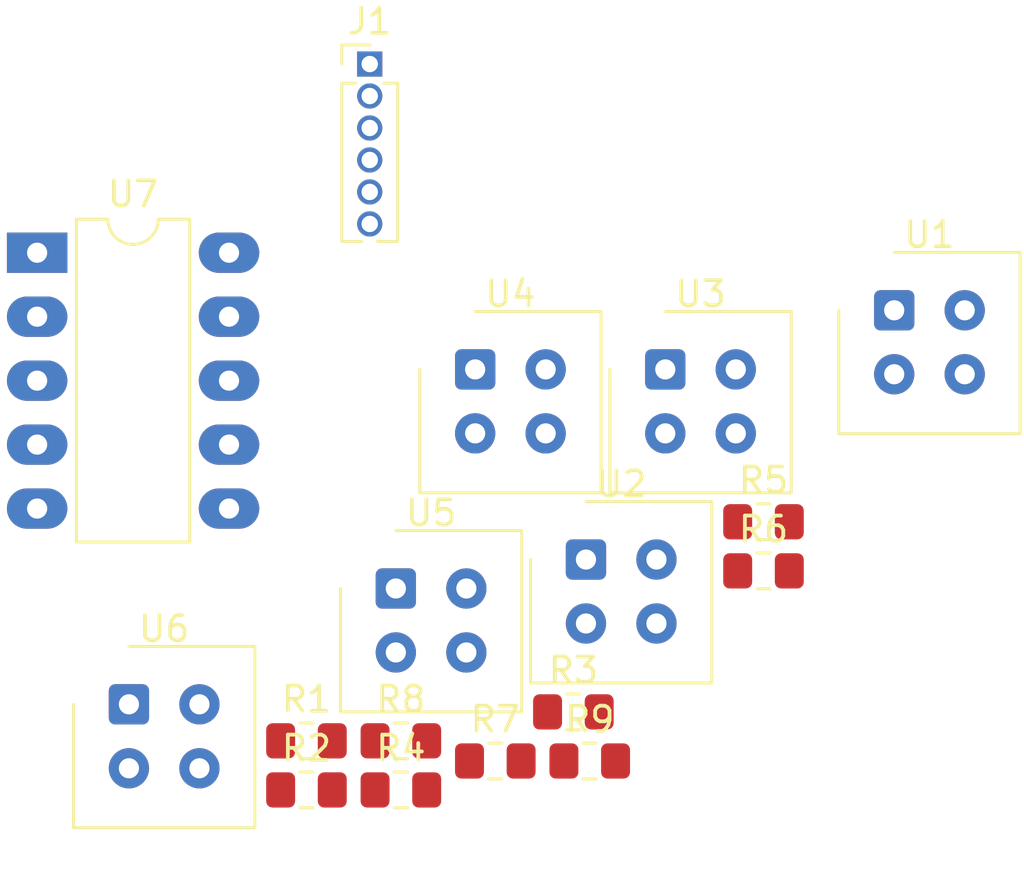
<source format=kicad_pcb>
(kicad_pcb (version 20171130) (host pcbnew "(5.0.1)-4")

  (general
    (thickness 1.6)
    (drawings 0)
    (tracks 0)
    (zones 0)
    (modules 17)
    (nets 20)
  )

  (page A4)
  (layers
    (0 F.Cu signal)
    (31 B.Cu signal)
    (32 B.Adhes user)
    (33 F.Adhes user)
    (34 B.Paste user)
    (35 F.Paste user)
    (36 B.SilkS user)
    (37 F.SilkS user)
    (38 B.Mask user)
    (39 F.Mask user)
    (40 Dwgs.User user)
    (41 Cmts.User user)
    (42 Eco1.User user)
    (43 Eco2.User user)
    (44 Edge.Cuts user)
    (45 Margin user)
    (46 B.CrtYd user)
    (47 F.CrtYd user)
    (48 B.Fab user)
    (49 F.Fab user)
  )

  (setup
    (last_trace_width 0.25)
    (trace_clearance 0.2)
    (zone_clearance 0.508)
    (zone_45_only no)
    (trace_min 0.2)
    (segment_width 0.2)
    (edge_width 0.15)
    (via_size 0.8)
    (via_drill 0.4)
    (via_min_size 0.4)
    (via_min_drill 0.3)
    (uvia_size 0.3)
    (uvia_drill 0.1)
    (uvias_allowed no)
    (uvia_min_size 0.2)
    (uvia_min_drill 0.1)
    (pcb_text_width 0.3)
    (pcb_text_size 1.5 1.5)
    (mod_edge_width 0.15)
    (mod_text_size 1 1)
    (mod_text_width 0.15)
    (pad_size 1.524 1.524)
    (pad_drill 0.762)
    (pad_to_mask_clearance 0.051)
    (solder_mask_min_width 0.25)
    (aux_axis_origin 0 0)
    (visible_elements FFFFFF7F)
    (pcbplotparams
      (layerselection 0x010fc_ffffffff)
      (usegerberextensions false)
      (usegerberattributes false)
      (usegerberadvancedattributes false)
      (creategerberjobfile false)
      (excludeedgelayer true)
      (linewidth 0.100000)
      (plotframeref false)
      (viasonmask false)
      (mode 1)
      (useauxorigin false)
      (hpglpennumber 1)
      (hpglpenspeed 20)
      (hpglpendiameter 15.000000)
      (psnegative false)
      (psa4output false)
      (plotreference true)
      (plotvalue true)
      (plotinvisibletext false)
      (padsonsilk false)
      (subtractmaskfromsilk false)
      (outputformat 1)
      (mirror false)
      (drillshape 1)
      (scaleselection 1)
      (outputdirectory ""))
  )

  (net 0 "")
  (net 1 +5V)
  (net 2 GND)
  (net 3 /linea1)
  (net 4 /linea2)
  (net 5 /linea3)
  (net 6 /linea_select)
  (net 7 "Net-(R1-Pad1)")
  (net 8 "Net-(R1-Pad2)")
  (net 9 /sensor1)
  (net 10 /sensor2)
  (net 11 "Net-(R4-Pad2)")
  (net 12 "Net-(R4-Pad1)")
  (net 13 /sensor3)
  (net 14 /sensor4)
  (net 15 "Net-(R7-Pad1)")
  (net 16 "Net-(R7-Pad2)")
  (net 17 /sensor5)
  (net 18 /sensor6)
  (net 19 /linea_selec)

  (net_class Default "Esta es la clase de red por defecto."
    (clearance 0.2)
    (trace_width 0.25)
    (via_dia 0.8)
    (via_drill 0.4)
    (uvia_dia 0.3)
    (uvia_drill 0.1)
    (add_net +5V)
    (add_net /linea1)
    (add_net /linea2)
    (add_net /linea3)
    (add_net /linea_selec)
    (add_net /linea_select)
    (add_net /sensor1)
    (add_net /sensor2)
    (add_net /sensor3)
    (add_net /sensor4)
    (add_net /sensor5)
    (add_net /sensor6)
    (add_net GND)
    (add_net "Net-(R1-Pad1)")
    (add_net "Net-(R1-Pad2)")
    (add_net "Net-(R4-Pad1)")
    (add_net "Net-(R4-Pad2)")
    (add_net "Net-(R7-Pad1)")
    (add_net "Net-(R7-Pad2)")
  )

  (module Connector_PinHeader_1.27mm:PinHeader_1x06_P1.27mm_Vertical (layer F.Cu) (tedit 59FED6E3) (tstamp 5BFD633A)
    (at 130.048 66.167)
    (descr "Through hole straight pin header, 1x06, 1.27mm pitch, single row")
    (tags "Through hole pin header THT 1x06 1.27mm single row")
    (path /5BF332DB)
    (fp_text reference J1 (at 0 -1.695) (layer F.SilkS)
      (effects (font (size 1 1) (thickness 0.15)))
    )
    (fp_text value Conn_01x06_Female (at 0 8.045) (layer F.Fab)
      (effects (font (size 1 1) (thickness 0.15)))
    )
    (fp_line (start -0.525 -0.635) (end 1.05 -0.635) (layer F.Fab) (width 0.1))
    (fp_line (start 1.05 -0.635) (end 1.05 6.985) (layer F.Fab) (width 0.1))
    (fp_line (start 1.05 6.985) (end -1.05 6.985) (layer F.Fab) (width 0.1))
    (fp_line (start -1.05 6.985) (end -1.05 -0.11) (layer F.Fab) (width 0.1))
    (fp_line (start -1.05 -0.11) (end -0.525 -0.635) (layer F.Fab) (width 0.1))
    (fp_line (start -1.11 7.045) (end -0.30753 7.045) (layer F.SilkS) (width 0.12))
    (fp_line (start 0.30753 7.045) (end 1.11 7.045) (layer F.SilkS) (width 0.12))
    (fp_line (start -1.11 0.76) (end -1.11 7.045) (layer F.SilkS) (width 0.12))
    (fp_line (start 1.11 0.76) (end 1.11 7.045) (layer F.SilkS) (width 0.12))
    (fp_line (start -1.11 0.76) (end -0.563471 0.76) (layer F.SilkS) (width 0.12))
    (fp_line (start 0.563471 0.76) (end 1.11 0.76) (layer F.SilkS) (width 0.12))
    (fp_line (start -1.11 0) (end -1.11 -0.76) (layer F.SilkS) (width 0.12))
    (fp_line (start -1.11 -0.76) (end 0 -0.76) (layer F.SilkS) (width 0.12))
    (fp_line (start -1.55 -1.15) (end -1.55 7.5) (layer F.CrtYd) (width 0.05))
    (fp_line (start -1.55 7.5) (end 1.55 7.5) (layer F.CrtYd) (width 0.05))
    (fp_line (start 1.55 7.5) (end 1.55 -1.15) (layer F.CrtYd) (width 0.05))
    (fp_line (start 1.55 -1.15) (end -1.55 -1.15) (layer F.CrtYd) (width 0.05))
    (fp_text user %R (at 0 3.175 90) (layer F.Fab)
      (effects (font (size 1 1) (thickness 0.15)))
    )
    (pad 1 thru_hole rect (at 0 0) (size 1 1) (drill 0.65) (layers *.Cu *.Mask)
      (net 1 +5V))
    (pad 2 thru_hole oval (at 0 1.27) (size 1 1) (drill 0.65) (layers *.Cu *.Mask)
      (net 2 GND))
    (pad 3 thru_hole oval (at 0 2.54) (size 1 1) (drill 0.65) (layers *.Cu *.Mask)
      (net 3 /linea1))
    (pad 4 thru_hole oval (at 0 3.81) (size 1 1) (drill 0.65) (layers *.Cu *.Mask)
      (net 4 /linea2))
    (pad 5 thru_hole oval (at 0 5.08) (size 1 1) (drill 0.65) (layers *.Cu *.Mask)
      (net 5 /linea3))
    (pad 6 thru_hole oval (at 0 6.35) (size 1 1) (drill 0.65) (layers *.Cu *.Mask)
      (net 6 /linea_select))
    (model ${KISYS3DMOD}/Connector_PinHeader_1.27mm.3dshapes/PinHeader_1x06_P1.27mm_Vertical.wrl
      (at (xyz 0 0 0))
      (scale (xyz 1 1 1))
      (rotate (xyz 0 0 0))
    )
  )

  (module Resistor_SMD:R_0805_2012Metric_Pad1.15x1.40mm_HandSolder (layer F.Cu) (tedit 5B36C52B) (tstamp 5BFD634B)
    (at 127.535001 93.044001)
    (descr "Resistor SMD 0805 (2012 Metric), square (rectangular) end terminal, IPC_7351 nominal with elongated pad for handsoldering. (Body size source: https://docs.google.com/spreadsheets/d/1BsfQQcO9C6DZCsRaXUlFlo91Tg2WpOkGARC1WS5S8t0/edit?usp=sharing), generated with kicad-footprint-generator")
    (tags "resistor handsolder")
    (path /5BF1DED6)
    (attr smd)
    (fp_text reference R1 (at 0 -1.65) (layer F.SilkS)
      (effects (font (size 1 1) (thickness 0.15)))
    )
    (fp_text value 82 (at 0 1.65) (layer F.Fab)
      (effects (font (size 1 1) (thickness 0.15)))
    )
    (fp_line (start -1 0.6) (end -1 -0.6) (layer F.Fab) (width 0.1))
    (fp_line (start -1 -0.6) (end 1 -0.6) (layer F.Fab) (width 0.1))
    (fp_line (start 1 -0.6) (end 1 0.6) (layer F.Fab) (width 0.1))
    (fp_line (start 1 0.6) (end -1 0.6) (layer F.Fab) (width 0.1))
    (fp_line (start -0.261252 -0.71) (end 0.261252 -0.71) (layer F.SilkS) (width 0.12))
    (fp_line (start -0.261252 0.71) (end 0.261252 0.71) (layer F.SilkS) (width 0.12))
    (fp_line (start -1.85 0.95) (end -1.85 -0.95) (layer F.CrtYd) (width 0.05))
    (fp_line (start -1.85 -0.95) (end 1.85 -0.95) (layer F.CrtYd) (width 0.05))
    (fp_line (start 1.85 -0.95) (end 1.85 0.95) (layer F.CrtYd) (width 0.05))
    (fp_line (start 1.85 0.95) (end -1.85 0.95) (layer F.CrtYd) (width 0.05))
    (fp_text user %R (at 0 0) (layer F.Fab)
      (effects (font (size 0.5 0.5) (thickness 0.08)))
    )
    (pad 1 smd roundrect (at -1.025 0) (size 1.15 1.4) (layers F.Cu F.Paste F.Mask) (roundrect_rratio 0.217391)
      (net 7 "Net-(R1-Pad1)"))
    (pad 2 smd roundrect (at 1.025 0) (size 1.15 1.4) (layers F.Cu F.Paste F.Mask) (roundrect_rratio 0.217391)
      (net 8 "Net-(R1-Pad2)"))
    (model ${KISYS3DMOD}/Resistor_SMD.3dshapes/R_0805_2012Metric.wrl
      (at (xyz 0 0 0))
      (scale (xyz 1 1 1))
      (rotate (xyz 0 0 0))
    )
  )

  (module Resistor_SMD:R_0805_2012Metric_Pad1.15x1.40mm_HandSolder (layer F.Cu) (tedit 5B36C52B) (tstamp 5BFD635C)
    (at 127.535001 94.994001)
    (descr "Resistor SMD 0805 (2012 Metric), square (rectangular) end terminal, IPC_7351 nominal with elongated pad for handsoldering. (Body size source: https://docs.google.com/spreadsheets/d/1BsfQQcO9C6DZCsRaXUlFlo91Tg2WpOkGARC1WS5S8t0/edit?usp=sharing), generated with kicad-footprint-generator")
    (tags "resistor handsolder")
    (path /5BEFF686)
    (attr smd)
    (fp_text reference R2 (at 0 -1.65) (layer F.SilkS)
      (effects (font (size 1 1) (thickness 0.15)))
    )
    (fp_text value 10k (at 0 1.65) (layer F.Fab)
      (effects (font (size 1 1) (thickness 0.15)))
    )
    (fp_text user %R (at 0 0) (layer F.Fab)
      (effects (font (size 0.5 0.5) (thickness 0.08)))
    )
    (fp_line (start 1.85 0.95) (end -1.85 0.95) (layer F.CrtYd) (width 0.05))
    (fp_line (start 1.85 -0.95) (end 1.85 0.95) (layer F.CrtYd) (width 0.05))
    (fp_line (start -1.85 -0.95) (end 1.85 -0.95) (layer F.CrtYd) (width 0.05))
    (fp_line (start -1.85 0.95) (end -1.85 -0.95) (layer F.CrtYd) (width 0.05))
    (fp_line (start -0.261252 0.71) (end 0.261252 0.71) (layer F.SilkS) (width 0.12))
    (fp_line (start -0.261252 -0.71) (end 0.261252 -0.71) (layer F.SilkS) (width 0.12))
    (fp_line (start 1 0.6) (end -1 0.6) (layer F.Fab) (width 0.1))
    (fp_line (start 1 -0.6) (end 1 0.6) (layer F.Fab) (width 0.1))
    (fp_line (start -1 -0.6) (end 1 -0.6) (layer F.Fab) (width 0.1))
    (fp_line (start -1 0.6) (end -1 -0.6) (layer F.Fab) (width 0.1))
    (pad 2 smd roundrect (at 1.025 0) (size 1.15 1.4) (layers F.Cu F.Paste F.Mask) (roundrect_rratio 0.217391)
      (net 9 /sensor1))
    (pad 1 smd roundrect (at -1.025 0) (size 1.15 1.4) (layers F.Cu F.Paste F.Mask) (roundrect_rratio 0.217391)
      (net 1 +5V))
    (model ${KISYS3DMOD}/Resistor_SMD.3dshapes/R_0805_2012Metric.wrl
      (at (xyz 0 0 0))
      (scale (xyz 1 1 1))
      (rotate (xyz 0 0 0))
    )
  )

  (module Resistor_SMD:R_0805_2012Metric_Pad1.15x1.40mm_HandSolder (layer F.Cu) (tedit 5B36C52B) (tstamp 5BFD636D)
    (at 138.135001 91.894001)
    (descr "Resistor SMD 0805 (2012 Metric), square (rectangular) end terminal, IPC_7351 nominal with elongated pad for handsoldering. (Body size source: https://docs.google.com/spreadsheets/d/1BsfQQcO9C6DZCsRaXUlFlo91Tg2WpOkGARC1WS5S8t0/edit?usp=sharing), generated with kicad-footprint-generator")
    (tags "resistor handsolder")
    (path /5BEFF38E)
    (attr smd)
    (fp_text reference R3 (at 0 -1.65) (layer F.SilkS)
      (effects (font (size 1 1) (thickness 0.15)))
    )
    (fp_text value 10k (at 0 1.65) (layer F.Fab)
      (effects (font (size 1 1) (thickness 0.15)))
    )
    (fp_line (start -1 0.6) (end -1 -0.6) (layer F.Fab) (width 0.1))
    (fp_line (start -1 -0.6) (end 1 -0.6) (layer F.Fab) (width 0.1))
    (fp_line (start 1 -0.6) (end 1 0.6) (layer F.Fab) (width 0.1))
    (fp_line (start 1 0.6) (end -1 0.6) (layer F.Fab) (width 0.1))
    (fp_line (start -0.261252 -0.71) (end 0.261252 -0.71) (layer F.SilkS) (width 0.12))
    (fp_line (start -0.261252 0.71) (end 0.261252 0.71) (layer F.SilkS) (width 0.12))
    (fp_line (start -1.85 0.95) (end -1.85 -0.95) (layer F.CrtYd) (width 0.05))
    (fp_line (start -1.85 -0.95) (end 1.85 -0.95) (layer F.CrtYd) (width 0.05))
    (fp_line (start 1.85 -0.95) (end 1.85 0.95) (layer F.CrtYd) (width 0.05))
    (fp_line (start 1.85 0.95) (end -1.85 0.95) (layer F.CrtYd) (width 0.05))
    (fp_text user %R (at 0 0) (layer F.Fab)
      (effects (font (size 0.5 0.5) (thickness 0.08)))
    )
    (pad 1 smd roundrect (at -1.025 0) (size 1.15 1.4) (layers F.Cu F.Paste F.Mask) (roundrect_rratio 0.217391)
      (net 1 +5V))
    (pad 2 smd roundrect (at 1.025 0) (size 1.15 1.4) (layers F.Cu F.Paste F.Mask) (roundrect_rratio 0.217391)
      (net 10 /sensor2))
    (model ${KISYS3DMOD}/Resistor_SMD.3dshapes/R_0805_2012Metric.wrl
      (at (xyz 0 0 0))
      (scale (xyz 1 1 1))
      (rotate (xyz 0 0 0))
    )
  )

  (module Resistor_SMD:R_0805_2012Metric_Pad1.15x1.40mm_HandSolder (layer F.Cu) (tedit 5B36C52B) (tstamp 5BFD637E)
    (at 131.285001 94.994001)
    (descr "Resistor SMD 0805 (2012 Metric), square (rectangular) end terminal, IPC_7351 nominal with elongated pad for handsoldering. (Body size source: https://docs.google.com/spreadsheets/d/1BsfQQcO9C6DZCsRaXUlFlo91Tg2WpOkGARC1WS5S8t0/edit?usp=sharing), generated with kicad-footprint-generator")
    (tags "resistor handsolder")
    (path /5BF1ED6A)
    (attr smd)
    (fp_text reference R4 (at 0 -1.65) (layer F.SilkS)
      (effects (font (size 1 1) (thickness 0.15)))
    )
    (fp_text value 82 (at 0 1.65) (layer F.Fab)
      (effects (font (size 1 1) (thickness 0.15)))
    )
    (fp_text user %R (at 0 0) (layer F.Fab)
      (effects (font (size 0.5 0.5) (thickness 0.08)))
    )
    (fp_line (start 1.85 0.95) (end -1.85 0.95) (layer F.CrtYd) (width 0.05))
    (fp_line (start 1.85 -0.95) (end 1.85 0.95) (layer F.CrtYd) (width 0.05))
    (fp_line (start -1.85 -0.95) (end 1.85 -0.95) (layer F.CrtYd) (width 0.05))
    (fp_line (start -1.85 0.95) (end -1.85 -0.95) (layer F.CrtYd) (width 0.05))
    (fp_line (start -0.261252 0.71) (end 0.261252 0.71) (layer F.SilkS) (width 0.12))
    (fp_line (start -0.261252 -0.71) (end 0.261252 -0.71) (layer F.SilkS) (width 0.12))
    (fp_line (start 1 0.6) (end -1 0.6) (layer F.Fab) (width 0.1))
    (fp_line (start 1 -0.6) (end 1 0.6) (layer F.Fab) (width 0.1))
    (fp_line (start -1 -0.6) (end 1 -0.6) (layer F.Fab) (width 0.1))
    (fp_line (start -1 0.6) (end -1 -0.6) (layer F.Fab) (width 0.1))
    (pad 2 smd roundrect (at 1.025 0) (size 1.15 1.4) (layers F.Cu F.Paste F.Mask) (roundrect_rratio 0.217391)
      (net 11 "Net-(R4-Pad2)"))
    (pad 1 smd roundrect (at -1.025 0) (size 1.15 1.4) (layers F.Cu F.Paste F.Mask) (roundrect_rratio 0.217391)
      (net 12 "Net-(R4-Pad1)"))
    (model ${KISYS3DMOD}/Resistor_SMD.3dshapes/R_0805_2012Metric.wrl
      (at (xyz 0 0 0))
      (scale (xyz 1 1 1))
      (rotate (xyz 0 0 0))
    )
  )

  (module Resistor_SMD:R_0805_2012Metric_Pad1.15x1.40mm_HandSolder (layer F.Cu) (tedit 5B36C52B) (tstamp 5BFD638F)
    (at 145.685001 84.344001)
    (descr "Resistor SMD 0805 (2012 Metric), square (rectangular) end terminal, IPC_7351 nominal with elongated pad for handsoldering. (Body size source: https://docs.google.com/spreadsheets/d/1BsfQQcO9C6DZCsRaXUlFlo91Tg2WpOkGARC1WS5S8t0/edit?usp=sharing), generated with kicad-footprint-generator")
    (tags "resistor handsolder")
    (path /5BEFF63F)
    (attr smd)
    (fp_text reference R5 (at 0 -1.65) (layer F.SilkS)
      (effects (font (size 1 1) (thickness 0.15)))
    )
    (fp_text value 10k (at 0 1.65) (layer F.Fab)
      (effects (font (size 1 1) (thickness 0.15)))
    )
    (fp_text user %R (at 0 0) (layer F.Fab)
      (effects (font (size 0.5 0.5) (thickness 0.08)))
    )
    (fp_line (start 1.85 0.95) (end -1.85 0.95) (layer F.CrtYd) (width 0.05))
    (fp_line (start 1.85 -0.95) (end 1.85 0.95) (layer F.CrtYd) (width 0.05))
    (fp_line (start -1.85 -0.95) (end 1.85 -0.95) (layer F.CrtYd) (width 0.05))
    (fp_line (start -1.85 0.95) (end -1.85 -0.95) (layer F.CrtYd) (width 0.05))
    (fp_line (start -0.261252 0.71) (end 0.261252 0.71) (layer F.SilkS) (width 0.12))
    (fp_line (start -0.261252 -0.71) (end 0.261252 -0.71) (layer F.SilkS) (width 0.12))
    (fp_line (start 1 0.6) (end -1 0.6) (layer F.Fab) (width 0.1))
    (fp_line (start 1 -0.6) (end 1 0.6) (layer F.Fab) (width 0.1))
    (fp_line (start -1 -0.6) (end 1 -0.6) (layer F.Fab) (width 0.1))
    (fp_line (start -1 0.6) (end -1 -0.6) (layer F.Fab) (width 0.1))
    (pad 2 smd roundrect (at 1.025 0) (size 1.15 1.4) (layers F.Cu F.Paste F.Mask) (roundrect_rratio 0.217391)
      (net 13 /sensor3))
    (pad 1 smd roundrect (at -1.025 0) (size 1.15 1.4) (layers F.Cu F.Paste F.Mask) (roundrect_rratio 0.217391)
      (net 1 +5V))
    (model ${KISYS3DMOD}/Resistor_SMD.3dshapes/R_0805_2012Metric.wrl
      (at (xyz 0 0 0))
      (scale (xyz 1 1 1))
      (rotate (xyz 0 0 0))
    )
  )

  (module Resistor_SMD:R_0805_2012Metric_Pad1.15x1.40mm_HandSolder (layer F.Cu) (tedit 5B36C52B) (tstamp 5BFD63A0)
    (at 145.685001 86.294001)
    (descr "Resistor SMD 0805 (2012 Metric), square (rectangular) end terminal, IPC_7351 nominal with elongated pad for handsoldering. (Body size source: https://docs.google.com/spreadsheets/d/1BsfQQcO9C6DZCsRaXUlFlo91Tg2WpOkGARC1WS5S8t0/edit?usp=sharing), generated with kicad-footprint-generator")
    (tags "resistor handsolder")
    (path /5BEFF574)
    (attr smd)
    (fp_text reference R6 (at 0 -1.65) (layer F.SilkS)
      (effects (font (size 1 1) (thickness 0.15)))
    )
    (fp_text value 10k (at 0 1.65) (layer F.Fab)
      (effects (font (size 1 1) (thickness 0.15)))
    )
    (fp_text user %R (at 0 0) (layer F.Fab)
      (effects (font (size 0.5 0.5) (thickness 0.08)))
    )
    (fp_line (start 1.85 0.95) (end -1.85 0.95) (layer F.CrtYd) (width 0.05))
    (fp_line (start 1.85 -0.95) (end 1.85 0.95) (layer F.CrtYd) (width 0.05))
    (fp_line (start -1.85 -0.95) (end 1.85 -0.95) (layer F.CrtYd) (width 0.05))
    (fp_line (start -1.85 0.95) (end -1.85 -0.95) (layer F.CrtYd) (width 0.05))
    (fp_line (start -0.261252 0.71) (end 0.261252 0.71) (layer F.SilkS) (width 0.12))
    (fp_line (start -0.261252 -0.71) (end 0.261252 -0.71) (layer F.SilkS) (width 0.12))
    (fp_line (start 1 0.6) (end -1 0.6) (layer F.Fab) (width 0.1))
    (fp_line (start 1 -0.6) (end 1 0.6) (layer F.Fab) (width 0.1))
    (fp_line (start -1 -0.6) (end 1 -0.6) (layer F.Fab) (width 0.1))
    (fp_line (start -1 0.6) (end -1 -0.6) (layer F.Fab) (width 0.1))
    (pad 2 smd roundrect (at 1.025 0) (size 1.15 1.4) (layers F.Cu F.Paste F.Mask) (roundrect_rratio 0.217391)
      (net 14 /sensor4))
    (pad 1 smd roundrect (at -1.025 0) (size 1.15 1.4) (layers F.Cu F.Paste F.Mask) (roundrect_rratio 0.217391)
      (net 1 +5V))
    (model ${KISYS3DMOD}/Resistor_SMD.3dshapes/R_0805_2012Metric.wrl
      (at (xyz 0 0 0))
      (scale (xyz 1 1 1))
      (rotate (xyz 0 0 0))
    )
  )

  (module Resistor_SMD:R_0805_2012Metric_Pad1.15x1.40mm_HandSolder (layer F.Cu) (tedit 5B36C52B) (tstamp 5BFD63B1)
    (at 135.035001 93.844001)
    (descr "Resistor SMD 0805 (2012 Metric), square (rectangular) end terminal, IPC_7351 nominal with elongated pad for handsoldering. (Body size source: https://docs.google.com/spreadsheets/d/1BsfQQcO9C6DZCsRaXUlFlo91Tg2WpOkGARC1WS5S8t0/edit?usp=sharing), generated with kicad-footprint-generator")
    (tags "resistor handsolder")
    (path /5BF1FBFF)
    (attr smd)
    (fp_text reference R7 (at 0 -1.65) (layer F.SilkS)
      (effects (font (size 1 1) (thickness 0.15)))
    )
    (fp_text value 82 (at 0 1.65) (layer F.Fab)
      (effects (font (size 1 1) (thickness 0.15)))
    )
    (fp_line (start -1 0.6) (end -1 -0.6) (layer F.Fab) (width 0.1))
    (fp_line (start -1 -0.6) (end 1 -0.6) (layer F.Fab) (width 0.1))
    (fp_line (start 1 -0.6) (end 1 0.6) (layer F.Fab) (width 0.1))
    (fp_line (start 1 0.6) (end -1 0.6) (layer F.Fab) (width 0.1))
    (fp_line (start -0.261252 -0.71) (end 0.261252 -0.71) (layer F.SilkS) (width 0.12))
    (fp_line (start -0.261252 0.71) (end 0.261252 0.71) (layer F.SilkS) (width 0.12))
    (fp_line (start -1.85 0.95) (end -1.85 -0.95) (layer F.CrtYd) (width 0.05))
    (fp_line (start -1.85 -0.95) (end 1.85 -0.95) (layer F.CrtYd) (width 0.05))
    (fp_line (start 1.85 -0.95) (end 1.85 0.95) (layer F.CrtYd) (width 0.05))
    (fp_line (start 1.85 0.95) (end -1.85 0.95) (layer F.CrtYd) (width 0.05))
    (fp_text user %R (at 0 0) (layer F.Fab)
      (effects (font (size 0.5 0.5) (thickness 0.08)))
    )
    (pad 1 smd roundrect (at -1.025 0) (size 1.15 1.4) (layers F.Cu F.Paste F.Mask) (roundrect_rratio 0.217391)
      (net 15 "Net-(R7-Pad1)"))
    (pad 2 smd roundrect (at 1.025 0) (size 1.15 1.4) (layers F.Cu F.Paste F.Mask) (roundrect_rratio 0.217391)
      (net 16 "Net-(R7-Pad2)"))
    (model ${KISYS3DMOD}/Resistor_SMD.3dshapes/R_0805_2012Metric.wrl
      (at (xyz 0 0 0))
      (scale (xyz 1 1 1))
      (rotate (xyz 0 0 0))
    )
  )

  (module Resistor_SMD:R_0805_2012Metric_Pad1.15x1.40mm_HandSolder (layer F.Cu) (tedit 5B36C52B) (tstamp 5BFD63C2)
    (at 131.285001 93.044001)
    (descr "Resistor SMD 0805 (2012 Metric), square (rectangular) end terminal, IPC_7351 nominal with elongated pad for handsoldering. (Body size source: https://docs.google.com/spreadsheets/d/1BsfQQcO9C6DZCsRaXUlFlo91Tg2WpOkGARC1WS5S8t0/edit?usp=sharing), generated with kicad-footprint-generator")
    (tags "resistor handsolder")
    (path /5BEFF662)
    (attr smd)
    (fp_text reference R8 (at 0 -1.65) (layer F.SilkS)
      (effects (font (size 1 1) (thickness 0.15)))
    )
    (fp_text value 10k (at 0 1.65) (layer F.Fab)
      (effects (font (size 1 1) (thickness 0.15)))
    )
    (fp_line (start -1 0.6) (end -1 -0.6) (layer F.Fab) (width 0.1))
    (fp_line (start -1 -0.6) (end 1 -0.6) (layer F.Fab) (width 0.1))
    (fp_line (start 1 -0.6) (end 1 0.6) (layer F.Fab) (width 0.1))
    (fp_line (start 1 0.6) (end -1 0.6) (layer F.Fab) (width 0.1))
    (fp_line (start -0.261252 -0.71) (end 0.261252 -0.71) (layer F.SilkS) (width 0.12))
    (fp_line (start -0.261252 0.71) (end 0.261252 0.71) (layer F.SilkS) (width 0.12))
    (fp_line (start -1.85 0.95) (end -1.85 -0.95) (layer F.CrtYd) (width 0.05))
    (fp_line (start -1.85 -0.95) (end 1.85 -0.95) (layer F.CrtYd) (width 0.05))
    (fp_line (start 1.85 -0.95) (end 1.85 0.95) (layer F.CrtYd) (width 0.05))
    (fp_line (start 1.85 0.95) (end -1.85 0.95) (layer F.CrtYd) (width 0.05))
    (fp_text user %R (at 0 0) (layer F.Fab)
      (effects (font (size 0.5 0.5) (thickness 0.08)))
    )
    (pad 1 smd roundrect (at -1.025 0) (size 1.15 1.4) (layers F.Cu F.Paste F.Mask) (roundrect_rratio 0.217391)
      (net 1 +5V))
    (pad 2 smd roundrect (at 1.025 0) (size 1.15 1.4) (layers F.Cu F.Paste F.Mask) (roundrect_rratio 0.217391)
      (net 17 /sensor5))
    (model ${KISYS3DMOD}/Resistor_SMD.3dshapes/R_0805_2012Metric.wrl
      (at (xyz 0 0 0))
      (scale (xyz 1 1 1))
      (rotate (xyz 0 0 0))
    )
  )

  (module Resistor_SMD:R_0805_2012Metric_Pad1.15x1.40mm_HandSolder (layer F.Cu) (tedit 5B36C52B) (tstamp 5BFD63D3)
    (at 138.785001 93.844001)
    (descr "Resistor SMD 0805 (2012 Metric), square (rectangular) end terminal, IPC_7351 nominal with elongated pad for handsoldering. (Body size source: https://docs.google.com/spreadsheets/d/1BsfQQcO9C6DZCsRaXUlFlo91Tg2WpOkGARC1WS5S8t0/edit?usp=sharing), generated with kicad-footprint-generator")
    (tags "resistor handsolder")
    (path /5BEFF611)
    (attr smd)
    (fp_text reference R9 (at 0 -1.65) (layer F.SilkS)
      (effects (font (size 1 1) (thickness 0.15)))
    )
    (fp_text value 10k (at 0 1.65) (layer F.Fab)
      (effects (font (size 1 1) (thickness 0.15)))
    )
    (fp_line (start -1 0.6) (end -1 -0.6) (layer F.Fab) (width 0.1))
    (fp_line (start -1 -0.6) (end 1 -0.6) (layer F.Fab) (width 0.1))
    (fp_line (start 1 -0.6) (end 1 0.6) (layer F.Fab) (width 0.1))
    (fp_line (start 1 0.6) (end -1 0.6) (layer F.Fab) (width 0.1))
    (fp_line (start -0.261252 -0.71) (end 0.261252 -0.71) (layer F.SilkS) (width 0.12))
    (fp_line (start -0.261252 0.71) (end 0.261252 0.71) (layer F.SilkS) (width 0.12))
    (fp_line (start -1.85 0.95) (end -1.85 -0.95) (layer F.CrtYd) (width 0.05))
    (fp_line (start -1.85 -0.95) (end 1.85 -0.95) (layer F.CrtYd) (width 0.05))
    (fp_line (start 1.85 -0.95) (end 1.85 0.95) (layer F.CrtYd) (width 0.05))
    (fp_line (start 1.85 0.95) (end -1.85 0.95) (layer F.CrtYd) (width 0.05))
    (fp_text user %R (at 0 0) (layer F.Fab)
      (effects (font (size 0.5 0.5) (thickness 0.08)))
    )
    (pad 1 smd roundrect (at -1.025 0) (size 1.15 1.4) (layers F.Cu F.Paste F.Mask) (roundrect_rratio 0.217391)
      (net 1 +5V))
    (pad 2 smd roundrect (at 1.025 0) (size 1.15 1.4) (layers F.Cu F.Paste F.Mask) (roundrect_rratio 0.217391)
      (net 18 /sensor6))
    (model ${KISYS3DMOD}/Resistor_SMD.3dshapes/R_0805_2012Metric.wrl
      (at (xyz 0 0 0))
      (scale (xyz 1 1 1))
      (rotate (xyz 0 0 0))
    )
  )

  (module OptoDevice:Vishay_CNY70 (layer F.Cu) (tedit 5B8AF8E9) (tstamp 5BFD63F3)
    (at 150.876 75.946)
    (descr "package for Vishay CNY70 refective photo coupler/interrupter")
    (tags "Vishay CNY70 refective photo coupler")
    (path /5BEFF193)
    (fp_text reference U1 (at 1.4 -3) (layer F.SilkS)
      (effects (font (size 1 1) (thickness 0.15)))
    )
    (fp_text value CNY70 (at 1.4 5.8) (layer F.Fab)
      (effects (font (size 1 1) (thickness 0.15)))
    )
    (fp_line (start 5.15 5.05) (end -2.35 5.05) (layer F.CrtYd) (width 0.05))
    (fp_line (start 5.15 5.05) (end 5.15 -2.45) (layer F.CrtYd) (width 0.05))
    (fp_line (start -2.35 -2.45) (end -2.35 5.05) (layer F.CrtYd) (width 0.05))
    (fp_line (start -2.35 -2.45) (end 5.15 -2.45) (layer F.CrtYd) (width 0.05))
    (fp_line (start -1.1 -2.2) (end 4.9 -2.2) (layer F.Fab) (width 0.1))
    (fp_line (start 4.9 -2.2) (end 4.9 4.8) (layer F.Fab) (width 0.1))
    (fp_line (start 4.9 4.8) (end -2.1 4.8) (layer F.Fab) (width 0.1))
    (fp_line (start -2.1 4.8) (end -2.1 -1.2) (layer F.Fab) (width 0.1))
    (fp_line (start -2.1 -1.2) (end -1.1 -2.2) (layer F.Fab) (width 0.1))
    (fp_line (start 1.2 -2.2) (end 1.2 -1.9) (layer F.Fab) (width 0.1))
    (fp_line (start 1.2 -1.9) (end 1.6 -1.9) (layer F.Fab) (width 0.1))
    (fp_line (start 1.6 -1.9) (end 1.6 -2.2) (layer F.Fab) (width 0.1))
    (fp_line (start 1.6 4.8) (end 1.6 4.5) (layer F.Fab) (width 0.1))
    (fp_line (start 1.6 4.5) (end 1.2 4.5) (layer F.Fab) (width 0.1))
    (fp_line (start 1.2 4.5) (end 1.2 4.8) (layer F.Fab) (width 0.1))
    (fp_line (start 3.9 3.9) (end 3.9 -1.2) (layer F.Fab) (width 0.1))
    (fp_line (start 3.9 -1.2) (end -1.1 -1.2) (layer F.Fab) (width 0.1))
    (fp_line (start -1.1 -1.2) (end -1.1 3.9) (layer F.Fab) (width 0.1))
    (fp_line (start -1.1 3.9) (end 3.9 3.9) (layer F.Fab) (width 0.1))
    (fp_line (start 5 -2.3) (end 0 -2.3) (layer F.SilkS) (width 0.12))
    (fp_line (start -2.2 0) (end -2.2 4.9) (layer F.SilkS) (width 0.12))
    (fp_line (start -2.2 4.9) (end 5 4.9) (layer F.SilkS) (width 0.12))
    (fp_line (start 5 4.9) (end 5 -2.3) (layer F.SilkS) (width 0.12))
    (fp_text user %R (at 1.5 1.4) (layer F.Fab)
      (effects (font (size 1 1) (thickness 0.15)))
    )
    (pad 1 thru_hole roundrect (at 0 0) (size 1.6 1.6) (drill 0.8) (layers *.Cu *.Mask) (roundrect_rratio 0.156)
      (net 1 +5V))
    (pad 2 thru_hole circle (at 0 2.54) (size 1.6 1.6) (drill 0.8) (layers *.Cu *.Mask)
      (net 7 "Net-(R1-Pad1)"))
    (pad 3 thru_hole circle (at 2.8 2.54) (size 1.6 1.6) (drill 0.8) (layers *.Cu *.Mask)
      (net 9 /sensor1))
    (pad 4 thru_hole circle (at 2.8 0) (size 1.6 1.6) (drill 0.8) (layers *.Cu *.Mask)
      (net 2 GND))
    (model ${KISYS3DMOD}/OptoDevice.3dshapes/Vishay_CNY70.wrl
      (at (xyz 0 0 0))
      (scale (xyz 1 1 1))
      (rotate (xyz 0 0 0))
    )
  )

  (module OptoDevice:Vishay_CNY70 (layer F.Cu) (tedit 5B8AF8E9) (tstamp 5BFD6413)
    (at 138.635001 85.844001)
    (descr "package for Vishay CNY70 refective photo coupler/interrupter")
    (tags "Vishay CNY70 refective photo coupler")
    (path /5BEFF2D2)
    (fp_text reference U2 (at 1.4 -3) (layer F.SilkS)
      (effects (font (size 1 1) (thickness 0.15)))
    )
    (fp_text value CNY70 (at 1.4 5.8) (layer F.Fab)
      (effects (font (size 1 1) (thickness 0.15)))
    )
    (fp_line (start 5.15 5.05) (end -2.35 5.05) (layer F.CrtYd) (width 0.05))
    (fp_line (start 5.15 5.05) (end 5.15 -2.45) (layer F.CrtYd) (width 0.05))
    (fp_line (start -2.35 -2.45) (end -2.35 5.05) (layer F.CrtYd) (width 0.05))
    (fp_line (start -2.35 -2.45) (end 5.15 -2.45) (layer F.CrtYd) (width 0.05))
    (fp_line (start -1.1 -2.2) (end 4.9 -2.2) (layer F.Fab) (width 0.1))
    (fp_line (start 4.9 -2.2) (end 4.9 4.8) (layer F.Fab) (width 0.1))
    (fp_line (start 4.9 4.8) (end -2.1 4.8) (layer F.Fab) (width 0.1))
    (fp_line (start -2.1 4.8) (end -2.1 -1.2) (layer F.Fab) (width 0.1))
    (fp_line (start -2.1 -1.2) (end -1.1 -2.2) (layer F.Fab) (width 0.1))
    (fp_line (start 1.2 -2.2) (end 1.2 -1.9) (layer F.Fab) (width 0.1))
    (fp_line (start 1.2 -1.9) (end 1.6 -1.9) (layer F.Fab) (width 0.1))
    (fp_line (start 1.6 -1.9) (end 1.6 -2.2) (layer F.Fab) (width 0.1))
    (fp_line (start 1.6 4.8) (end 1.6 4.5) (layer F.Fab) (width 0.1))
    (fp_line (start 1.6 4.5) (end 1.2 4.5) (layer F.Fab) (width 0.1))
    (fp_line (start 1.2 4.5) (end 1.2 4.8) (layer F.Fab) (width 0.1))
    (fp_line (start 3.9 3.9) (end 3.9 -1.2) (layer F.Fab) (width 0.1))
    (fp_line (start 3.9 -1.2) (end -1.1 -1.2) (layer F.Fab) (width 0.1))
    (fp_line (start -1.1 -1.2) (end -1.1 3.9) (layer F.Fab) (width 0.1))
    (fp_line (start -1.1 3.9) (end 3.9 3.9) (layer F.Fab) (width 0.1))
    (fp_line (start 5 -2.3) (end 0 -2.3) (layer F.SilkS) (width 0.12))
    (fp_line (start -2.2 0) (end -2.2 4.9) (layer F.SilkS) (width 0.12))
    (fp_line (start -2.2 4.9) (end 5 4.9) (layer F.SilkS) (width 0.12))
    (fp_line (start 5 4.9) (end 5 -2.3) (layer F.SilkS) (width 0.12))
    (fp_text user %R (at 1.5 1.4) (layer F.Fab)
      (effects (font (size 1 1) (thickness 0.15)))
    )
    (pad 1 thru_hole roundrect (at 0 0) (size 1.6 1.6) (drill 0.8) (layers *.Cu *.Mask) (roundrect_rratio 0.156)
      (net 8 "Net-(R1-Pad2)"))
    (pad 2 thru_hole circle (at 0 2.54) (size 1.6 1.6) (drill 0.8) (layers *.Cu *.Mask)
      (net 2 GND))
    (pad 3 thru_hole circle (at 2.8 2.54) (size 1.6 1.6) (drill 0.8) (layers *.Cu *.Mask)
      (net 10 /sensor2))
    (pad 4 thru_hole circle (at 2.8 0) (size 1.6 1.6) (drill 0.8) (layers *.Cu *.Mask)
      (net 2 GND))
    (model ${KISYS3DMOD}/OptoDevice.3dshapes/Vishay_CNY70.wrl
      (at (xyz 0 0 0))
      (scale (xyz 1 1 1))
      (rotate (xyz 0 0 0))
    )
  )

  (module OptoDevice:Vishay_CNY70 (layer F.Cu) (tedit 5B8AF8E9) (tstamp 5BFD6433)
    (at 141.785001 78.294001)
    (descr "package for Vishay CNY70 refective photo coupler/interrupter")
    (tags "Vishay CNY70 refective photo coupler")
    (path /5BEFF23F)
    (fp_text reference U3 (at 1.4 -3) (layer F.SilkS)
      (effects (font (size 1 1) (thickness 0.15)))
    )
    (fp_text value CNY70 (at 1.4 5.8) (layer F.Fab)
      (effects (font (size 1 1) (thickness 0.15)))
    )
    (fp_text user %R (at 1.5 1.4) (layer F.Fab)
      (effects (font (size 1 1) (thickness 0.15)))
    )
    (fp_line (start 5 4.9) (end 5 -2.3) (layer F.SilkS) (width 0.12))
    (fp_line (start -2.2 4.9) (end 5 4.9) (layer F.SilkS) (width 0.12))
    (fp_line (start -2.2 0) (end -2.2 4.9) (layer F.SilkS) (width 0.12))
    (fp_line (start 5 -2.3) (end 0 -2.3) (layer F.SilkS) (width 0.12))
    (fp_line (start -1.1 3.9) (end 3.9 3.9) (layer F.Fab) (width 0.1))
    (fp_line (start -1.1 -1.2) (end -1.1 3.9) (layer F.Fab) (width 0.1))
    (fp_line (start 3.9 -1.2) (end -1.1 -1.2) (layer F.Fab) (width 0.1))
    (fp_line (start 3.9 3.9) (end 3.9 -1.2) (layer F.Fab) (width 0.1))
    (fp_line (start 1.2 4.5) (end 1.2 4.8) (layer F.Fab) (width 0.1))
    (fp_line (start 1.6 4.5) (end 1.2 4.5) (layer F.Fab) (width 0.1))
    (fp_line (start 1.6 4.8) (end 1.6 4.5) (layer F.Fab) (width 0.1))
    (fp_line (start 1.6 -1.9) (end 1.6 -2.2) (layer F.Fab) (width 0.1))
    (fp_line (start 1.2 -1.9) (end 1.6 -1.9) (layer F.Fab) (width 0.1))
    (fp_line (start 1.2 -2.2) (end 1.2 -1.9) (layer F.Fab) (width 0.1))
    (fp_line (start -2.1 -1.2) (end -1.1 -2.2) (layer F.Fab) (width 0.1))
    (fp_line (start -2.1 4.8) (end -2.1 -1.2) (layer F.Fab) (width 0.1))
    (fp_line (start 4.9 4.8) (end -2.1 4.8) (layer F.Fab) (width 0.1))
    (fp_line (start 4.9 -2.2) (end 4.9 4.8) (layer F.Fab) (width 0.1))
    (fp_line (start -1.1 -2.2) (end 4.9 -2.2) (layer F.Fab) (width 0.1))
    (fp_line (start -2.35 -2.45) (end 5.15 -2.45) (layer F.CrtYd) (width 0.05))
    (fp_line (start -2.35 -2.45) (end -2.35 5.05) (layer F.CrtYd) (width 0.05))
    (fp_line (start 5.15 5.05) (end 5.15 -2.45) (layer F.CrtYd) (width 0.05))
    (fp_line (start 5.15 5.05) (end -2.35 5.05) (layer F.CrtYd) (width 0.05))
    (pad 4 thru_hole circle (at 2.8 0) (size 1.6 1.6) (drill 0.8) (layers *.Cu *.Mask)
      (net 2 GND))
    (pad 3 thru_hole circle (at 2.8 2.54) (size 1.6 1.6) (drill 0.8) (layers *.Cu *.Mask)
      (net 13 /sensor3))
    (pad 2 thru_hole circle (at 0 2.54) (size 1.6 1.6) (drill 0.8) (layers *.Cu *.Mask)
      (net 12 "Net-(R4-Pad1)"))
    (pad 1 thru_hole roundrect (at 0 0) (size 1.6 1.6) (drill 0.8) (layers *.Cu *.Mask) (roundrect_rratio 0.156)
      (net 1 +5V))
    (model ${KISYS3DMOD}/OptoDevice.3dshapes/Vishay_CNY70.wrl
      (at (xyz 0 0 0))
      (scale (xyz 1 1 1))
      (rotate (xyz 0 0 0))
    )
  )

  (module OptoDevice:Vishay_CNY70 (layer F.Cu) (tedit 5B8AF8E9) (tstamp 5BFD6453)
    (at 134.235001 78.294001)
    (descr "package for Vishay CNY70 refective photo coupler/interrupter")
    (tags "Vishay CNY70 refective photo coupler")
    (path /5BEFF313)
    (fp_text reference U4 (at 1.4 -3) (layer F.SilkS)
      (effects (font (size 1 1) (thickness 0.15)))
    )
    (fp_text value CNY70 (at 1.4 5.8) (layer F.Fab)
      (effects (font (size 1 1) (thickness 0.15)))
    )
    (fp_text user %R (at 1.5 1.4) (layer F.Fab)
      (effects (font (size 1 1) (thickness 0.15)))
    )
    (fp_line (start 5 4.9) (end 5 -2.3) (layer F.SilkS) (width 0.12))
    (fp_line (start -2.2 4.9) (end 5 4.9) (layer F.SilkS) (width 0.12))
    (fp_line (start -2.2 0) (end -2.2 4.9) (layer F.SilkS) (width 0.12))
    (fp_line (start 5 -2.3) (end 0 -2.3) (layer F.SilkS) (width 0.12))
    (fp_line (start -1.1 3.9) (end 3.9 3.9) (layer F.Fab) (width 0.1))
    (fp_line (start -1.1 -1.2) (end -1.1 3.9) (layer F.Fab) (width 0.1))
    (fp_line (start 3.9 -1.2) (end -1.1 -1.2) (layer F.Fab) (width 0.1))
    (fp_line (start 3.9 3.9) (end 3.9 -1.2) (layer F.Fab) (width 0.1))
    (fp_line (start 1.2 4.5) (end 1.2 4.8) (layer F.Fab) (width 0.1))
    (fp_line (start 1.6 4.5) (end 1.2 4.5) (layer F.Fab) (width 0.1))
    (fp_line (start 1.6 4.8) (end 1.6 4.5) (layer F.Fab) (width 0.1))
    (fp_line (start 1.6 -1.9) (end 1.6 -2.2) (layer F.Fab) (width 0.1))
    (fp_line (start 1.2 -1.9) (end 1.6 -1.9) (layer F.Fab) (width 0.1))
    (fp_line (start 1.2 -2.2) (end 1.2 -1.9) (layer F.Fab) (width 0.1))
    (fp_line (start -2.1 -1.2) (end -1.1 -2.2) (layer F.Fab) (width 0.1))
    (fp_line (start -2.1 4.8) (end -2.1 -1.2) (layer F.Fab) (width 0.1))
    (fp_line (start 4.9 4.8) (end -2.1 4.8) (layer F.Fab) (width 0.1))
    (fp_line (start 4.9 -2.2) (end 4.9 4.8) (layer F.Fab) (width 0.1))
    (fp_line (start -1.1 -2.2) (end 4.9 -2.2) (layer F.Fab) (width 0.1))
    (fp_line (start -2.35 -2.45) (end 5.15 -2.45) (layer F.CrtYd) (width 0.05))
    (fp_line (start -2.35 -2.45) (end -2.35 5.05) (layer F.CrtYd) (width 0.05))
    (fp_line (start 5.15 5.05) (end 5.15 -2.45) (layer F.CrtYd) (width 0.05))
    (fp_line (start 5.15 5.05) (end -2.35 5.05) (layer F.CrtYd) (width 0.05))
    (pad 4 thru_hole circle (at 2.8 0) (size 1.6 1.6) (drill 0.8) (layers *.Cu *.Mask)
      (net 2 GND))
    (pad 3 thru_hole circle (at 2.8 2.54) (size 1.6 1.6) (drill 0.8) (layers *.Cu *.Mask)
      (net 14 /sensor4))
    (pad 2 thru_hole circle (at 0 2.54) (size 1.6 1.6) (drill 0.8) (layers *.Cu *.Mask)
      (net 2 GND))
    (pad 1 thru_hole roundrect (at 0 0) (size 1.6 1.6) (drill 0.8) (layers *.Cu *.Mask) (roundrect_rratio 0.156)
      (net 11 "Net-(R4-Pad2)"))
    (model ${KISYS3DMOD}/OptoDevice.3dshapes/Vishay_CNY70.wrl
      (at (xyz 0 0 0))
      (scale (xyz 1 1 1))
      (rotate (xyz 0 0 0))
    )
  )

  (module OptoDevice:Vishay_CNY70 (layer F.Cu) (tedit 5B8AF8E9) (tstamp 5BFD6473)
    (at 131.085001 86.994001)
    (descr "package for Vishay CNY70 refective photo coupler/interrupter")
    (tags "Vishay CNY70 refective photo coupler")
    (path /5BEFF26E)
    (fp_text reference U5 (at 1.4 -3) (layer F.SilkS)
      (effects (font (size 1 1) (thickness 0.15)))
    )
    (fp_text value CNY70 (at 1.4 5.8) (layer F.Fab)
      (effects (font (size 1 1) (thickness 0.15)))
    )
    (fp_text user %R (at 1.5 1.4) (layer F.Fab)
      (effects (font (size 1 1) (thickness 0.15)))
    )
    (fp_line (start 5 4.9) (end 5 -2.3) (layer F.SilkS) (width 0.12))
    (fp_line (start -2.2 4.9) (end 5 4.9) (layer F.SilkS) (width 0.12))
    (fp_line (start -2.2 0) (end -2.2 4.9) (layer F.SilkS) (width 0.12))
    (fp_line (start 5 -2.3) (end 0 -2.3) (layer F.SilkS) (width 0.12))
    (fp_line (start -1.1 3.9) (end 3.9 3.9) (layer F.Fab) (width 0.1))
    (fp_line (start -1.1 -1.2) (end -1.1 3.9) (layer F.Fab) (width 0.1))
    (fp_line (start 3.9 -1.2) (end -1.1 -1.2) (layer F.Fab) (width 0.1))
    (fp_line (start 3.9 3.9) (end 3.9 -1.2) (layer F.Fab) (width 0.1))
    (fp_line (start 1.2 4.5) (end 1.2 4.8) (layer F.Fab) (width 0.1))
    (fp_line (start 1.6 4.5) (end 1.2 4.5) (layer F.Fab) (width 0.1))
    (fp_line (start 1.6 4.8) (end 1.6 4.5) (layer F.Fab) (width 0.1))
    (fp_line (start 1.6 -1.9) (end 1.6 -2.2) (layer F.Fab) (width 0.1))
    (fp_line (start 1.2 -1.9) (end 1.6 -1.9) (layer F.Fab) (width 0.1))
    (fp_line (start 1.2 -2.2) (end 1.2 -1.9) (layer F.Fab) (width 0.1))
    (fp_line (start -2.1 -1.2) (end -1.1 -2.2) (layer F.Fab) (width 0.1))
    (fp_line (start -2.1 4.8) (end -2.1 -1.2) (layer F.Fab) (width 0.1))
    (fp_line (start 4.9 4.8) (end -2.1 4.8) (layer F.Fab) (width 0.1))
    (fp_line (start 4.9 -2.2) (end 4.9 4.8) (layer F.Fab) (width 0.1))
    (fp_line (start -1.1 -2.2) (end 4.9 -2.2) (layer F.Fab) (width 0.1))
    (fp_line (start -2.35 -2.45) (end 5.15 -2.45) (layer F.CrtYd) (width 0.05))
    (fp_line (start -2.35 -2.45) (end -2.35 5.05) (layer F.CrtYd) (width 0.05))
    (fp_line (start 5.15 5.05) (end 5.15 -2.45) (layer F.CrtYd) (width 0.05))
    (fp_line (start 5.15 5.05) (end -2.35 5.05) (layer F.CrtYd) (width 0.05))
    (pad 4 thru_hole circle (at 2.8 0) (size 1.6 1.6) (drill 0.8) (layers *.Cu *.Mask)
      (net 2 GND))
    (pad 3 thru_hole circle (at 2.8 2.54) (size 1.6 1.6) (drill 0.8) (layers *.Cu *.Mask)
      (net 17 /sensor5))
    (pad 2 thru_hole circle (at 0 2.54) (size 1.6 1.6) (drill 0.8) (layers *.Cu *.Mask)
      (net 15 "Net-(R7-Pad1)"))
    (pad 1 thru_hole roundrect (at 0 0) (size 1.6 1.6) (drill 0.8) (layers *.Cu *.Mask) (roundrect_rratio 0.156)
      (net 1 +5V))
    (model ${KISYS3DMOD}/OptoDevice.3dshapes/Vishay_CNY70.wrl
      (at (xyz 0 0 0))
      (scale (xyz 1 1 1))
      (rotate (xyz 0 0 0))
    )
  )

  (module OptoDevice:Vishay_CNY70 (layer F.Cu) (tedit 5B8AF8E9) (tstamp 5BFD6493)
    (at 120.485001 91.594001)
    (descr "package for Vishay CNY70 refective photo coupler/interrupter")
    (tags "Vishay CNY70 refective photo coupler")
    (path /5BEFF339)
    (fp_text reference U6 (at 1.4 -3) (layer F.SilkS)
      (effects (font (size 1 1) (thickness 0.15)))
    )
    (fp_text value CNY70 (at 1.4 5.8) (layer F.Fab)
      (effects (font (size 1 1) (thickness 0.15)))
    )
    (fp_line (start 5.15 5.05) (end -2.35 5.05) (layer F.CrtYd) (width 0.05))
    (fp_line (start 5.15 5.05) (end 5.15 -2.45) (layer F.CrtYd) (width 0.05))
    (fp_line (start -2.35 -2.45) (end -2.35 5.05) (layer F.CrtYd) (width 0.05))
    (fp_line (start -2.35 -2.45) (end 5.15 -2.45) (layer F.CrtYd) (width 0.05))
    (fp_line (start -1.1 -2.2) (end 4.9 -2.2) (layer F.Fab) (width 0.1))
    (fp_line (start 4.9 -2.2) (end 4.9 4.8) (layer F.Fab) (width 0.1))
    (fp_line (start 4.9 4.8) (end -2.1 4.8) (layer F.Fab) (width 0.1))
    (fp_line (start -2.1 4.8) (end -2.1 -1.2) (layer F.Fab) (width 0.1))
    (fp_line (start -2.1 -1.2) (end -1.1 -2.2) (layer F.Fab) (width 0.1))
    (fp_line (start 1.2 -2.2) (end 1.2 -1.9) (layer F.Fab) (width 0.1))
    (fp_line (start 1.2 -1.9) (end 1.6 -1.9) (layer F.Fab) (width 0.1))
    (fp_line (start 1.6 -1.9) (end 1.6 -2.2) (layer F.Fab) (width 0.1))
    (fp_line (start 1.6 4.8) (end 1.6 4.5) (layer F.Fab) (width 0.1))
    (fp_line (start 1.6 4.5) (end 1.2 4.5) (layer F.Fab) (width 0.1))
    (fp_line (start 1.2 4.5) (end 1.2 4.8) (layer F.Fab) (width 0.1))
    (fp_line (start 3.9 3.9) (end 3.9 -1.2) (layer F.Fab) (width 0.1))
    (fp_line (start 3.9 -1.2) (end -1.1 -1.2) (layer F.Fab) (width 0.1))
    (fp_line (start -1.1 -1.2) (end -1.1 3.9) (layer F.Fab) (width 0.1))
    (fp_line (start -1.1 3.9) (end 3.9 3.9) (layer F.Fab) (width 0.1))
    (fp_line (start 5 -2.3) (end 0 -2.3) (layer F.SilkS) (width 0.12))
    (fp_line (start -2.2 0) (end -2.2 4.9) (layer F.SilkS) (width 0.12))
    (fp_line (start -2.2 4.9) (end 5 4.9) (layer F.SilkS) (width 0.12))
    (fp_line (start 5 4.9) (end 5 -2.3) (layer F.SilkS) (width 0.12))
    (fp_text user %R (at 1.5 1.4) (layer F.Fab)
      (effects (font (size 1 1) (thickness 0.15)))
    )
    (pad 1 thru_hole roundrect (at 0 0) (size 1.6 1.6) (drill 0.8) (layers *.Cu *.Mask) (roundrect_rratio 0.156)
      (net 16 "Net-(R7-Pad2)"))
    (pad 2 thru_hole circle (at 0 2.54) (size 1.6 1.6) (drill 0.8) (layers *.Cu *.Mask)
      (net 2 GND))
    (pad 3 thru_hole circle (at 2.8 2.54) (size 1.6 1.6) (drill 0.8) (layers *.Cu *.Mask)
      (net 18 /sensor6))
    (pad 4 thru_hole circle (at 2.8 0) (size 1.6 1.6) (drill 0.8) (layers *.Cu *.Mask)
      (net 2 GND))
    (model ${KISYS3DMOD}/OptoDevice.3dshapes/Vishay_CNY70.wrl
      (at (xyz 0 0 0))
      (scale (xyz 1 1 1))
      (rotate (xyz 0 0 0))
    )
  )

  (module Package_DIP:DIP-10_W7.62mm_LongPads (layer F.Cu) (tedit 5A02E8C5) (tstamp 5BFD64B1)
    (at 116.84 73.66)
    (descr "10-lead though-hole mounted DIP package, row spacing 7.62 mm (300 mils), LongPads")
    (tags "THT DIP DIL PDIP 2.54mm 7.62mm 300mil LongPads")
    (path /5BF19312)
    (fp_text reference U7 (at 3.81 -2.33) (layer F.SilkS)
      (effects (font (size 1 1) (thickness 0.15)))
    )
    (fp_text value 4053 (at 3.81 12.49) (layer F.Fab)
      (effects (font (size 1 1) (thickness 0.15)))
    )
    (fp_arc (start 3.81 -1.33) (end 2.81 -1.33) (angle -180) (layer F.SilkS) (width 0.12))
    (fp_line (start 1.635 -1.27) (end 6.985 -1.27) (layer F.Fab) (width 0.1))
    (fp_line (start 6.985 -1.27) (end 6.985 11.43) (layer F.Fab) (width 0.1))
    (fp_line (start 6.985 11.43) (end 0.635 11.43) (layer F.Fab) (width 0.1))
    (fp_line (start 0.635 11.43) (end 0.635 -0.27) (layer F.Fab) (width 0.1))
    (fp_line (start 0.635 -0.27) (end 1.635 -1.27) (layer F.Fab) (width 0.1))
    (fp_line (start 2.81 -1.33) (end 1.56 -1.33) (layer F.SilkS) (width 0.12))
    (fp_line (start 1.56 -1.33) (end 1.56 11.49) (layer F.SilkS) (width 0.12))
    (fp_line (start 1.56 11.49) (end 6.06 11.49) (layer F.SilkS) (width 0.12))
    (fp_line (start 6.06 11.49) (end 6.06 -1.33) (layer F.SilkS) (width 0.12))
    (fp_line (start 6.06 -1.33) (end 4.81 -1.33) (layer F.SilkS) (width 0.12))
    (fp_line (start -1.45 -1.55) (end -1.45 11.7) (layer F.CrtYd) (width 0.05))
    (fp_line (start -1.45 11.7) (end 9.1 11.7) (layer F.CrtYd) (width 0.05))
    (fp_line (start 9.1 11.7) (end 9.1 -1.55) (layer F.CrtYd) (width 0.05))
    (fp_line (start 9.1 -1.55) (end -1.45 -1.55) (layer F.CrtYd) (width 0.05))
    (fp_text user %R (at 3.81 5.08) (layer F.Fab)
      (effects (font (size 1 1) (thickness 0.15)))
    )
    (pad 1 thru_hole rect (at 0 0) (size 2.4 1.6) (drill 0.8) (layers *.Cu *.Mask)
      (net 14 /sensor4))
    (pad 6 thru_hole oval (at 7.62 10.16) (size 2.4 1.6) (drill 0.8) (layers *.Cu *.Mask)
      (net 2 GND))
    (pad 2 thru_hole oval (at 0 2.54) (size 2.4 1.6) (drill 0.8) (layers *.Cu *.Mask)
      (net 13 /sensor3))
    (pad 7 thru_hole oval (at 7.62 7.62) (size 2.4 1.6) (drill 0.8) (layers *.Cu *.Mask)
      (net 2 GND))
    (pad 3 thru_hole oval (at 0 5.08) (size 2.4 1.6) (drill 0.8) (layers *.Cu *.Mask)
      (net 18 /sensor6))
    (pad 8 thru_hole oval (at 7.62 5.08) (size 2.4 1.6) (drill 0.8) (layers *.Cu *.Mask)
      (net 2 GND))
    (pad 4 thru_hole oval (at 0 7.62) (size 2.4 1.6) (drill 0.8) (layers *.Cu *.Mask)
      (net 5 /linea3))
    (pad 9 thru_hole oval (at 7.62 2.54) (size 2.4 1.6) (drill 0.8) (layers *.Cu *.Mask)
      (net 19 /linea_selec))
    (pad 5 thru_hole oval (at 0 10.16) (size 2.4 1.6) (drill 0.8) (layers *.Cu *.Mask)
      (net 17 /sensor5))
    (pad 10 thru_hole oval (at 7.62 0) (size 2.4 1.6) (drill 0.8) (layers *.Cu *.Mask)
      (net 19 /linea_selec))
    (model ${KISYS3DMOD}/Package_DIP.3dshapes/DIP-10_W7.62mm.wrl
      (at (xyz 0 0 0))
      (scale (xyz 1 1 1))
      (rotate (xyz 0 0 0))
    )
  )

)

</source>
